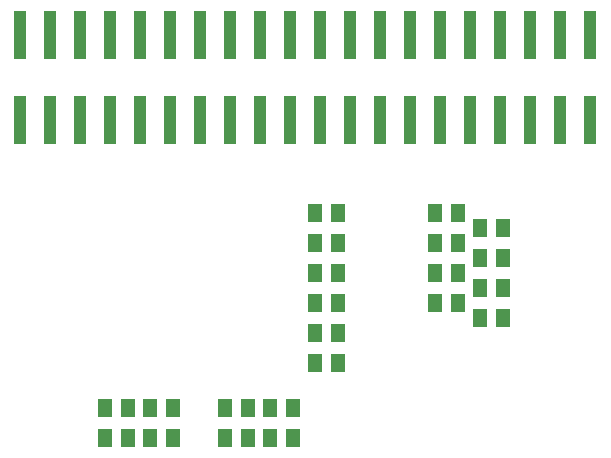
<source format=gbr>
G04 EAGLE Gerber RS-274X export*
G75*
%MOMM*%
%FSLAX34Y34*%
%LPD*%
%INSolderpaste Bottom*%
%IPPOS*%
%AMOC8*
5,1,8,0,0,1.08239X$1,22.5*%
G01*
%ADD10R,0.990600X4.140200*%
%ADD11R,1.300000X1.600000*%


D10*
X83820Y530987D03*
X83820Y459613D03*
X109220Y530987D03*
X109220Y459613D03*
X134620Y530987D03*
X134620Y459613D03*
X160020Y530987D03*
X160020Y459613D03*
X185420Y530987D03*
X185420Y459613D03*
X210820Y530987D03*
X210820Y459613D03*
X236220Y530987D03*
X236220Y459613D03*
X261620Y530987D03*
X261620Y459613D03*
X287020Y530987D03*
X287020Y459613D03*
X312420Y530987D03*
X312420Y459613D03*
X337820Y530987D03*
X337820Y459613D03*
X363220Y530987D03*
X363220Y459613D03*
X388620Y530987D03*
X388620Y459613D03*
X414020Y530987D03*
X414020Y459613D03*
X439420Y530987D03*
X439420Y459613D03*
X464820Y530987D03*
X464820Y459613D03*
X490220Y530987D03*
X490220Y459613D03*
X515620Y530987D03*
X515620Y459613D03*
X541020Y530987D03*
X541020Y459613D03*
X566420Y530987D03*
X566420Y459613D03*
D11*
X492100Y368300D03*
X473100Y368300D03*
X492100Y342900D03*
X473100Y342900D03*
X492100Y317500D03*
X473100Y317500D03*
X492100Y292100D03*
X473100Y292100D03*
X257200Y215900D03*
X276200Y215900D03*
X257200Y190500D03*
X276200Y190500D03*
X314300Y190500D03*
X295300Y190500D03*
X295300Y215900D03*
X314300Y215900D03*
X212700Y215900D03*
X193700Y215900D03*
X212700Y190500D03*
X193700Y190500D03*
X155600Y190500D03*
X174600Y190500D03*
X155600Y215900D03*
X174600Y215900D03*
X352400Y355600D03*
X333400Y355600D03*
X352400Y330200D03*
X333400Y330200D03*
X352400Y304800D03*
X333400Y304800D03*
X352400Y279400D03*
X333400Y279400D03*
X352400Y254000D03*
X333400Y254000D03*
X435000Y304800D03*
X454000Y304800D03*
X435000Y330200D03*
X454000Y330200D03*
X435000Y355600D03*
X454000Y355600D03*
X352400Y381000D03*
X333400Y381000D03*
X435000Y381000D03*
X454000Y381000D03*
M02*

</source>
